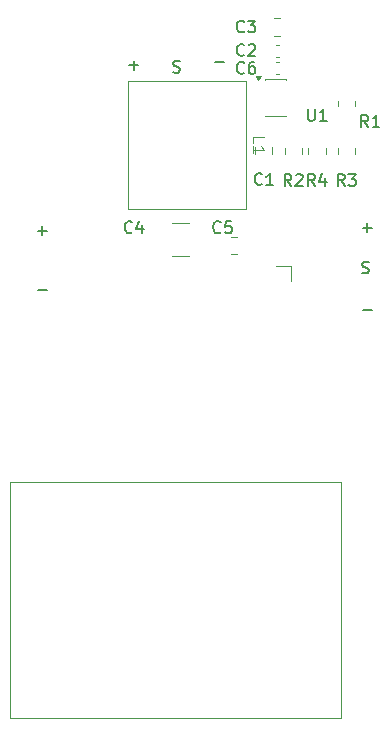
<source format=gbr>
%TF.GenerationSoftware,KiCad,Pcbnew,9.0.6*%
%TF.CreationDate,2025-11-04T19:27:02-06:00*%
%TF.ProjectId,PD_Board_v3,50445f42-6f61-4726-945f-76332e6b6963,rev?*%
%TF.SameCoordinates,Original*%
%TF.FileFunction,Legend,Top*%
%TF.FilePolarity,Positive*%
%FSLAX46Y46*%
G04 Gerber Fmt 4.6, Leading zero omitted, Abs format (unit mm)*
G04 Created by KiCad (PCBNEW 9.0.6) date 2025-11-04 19:27:02*
%MOMM*%
%LPD*%
G01*
G04 APERTURE LIST*
%ADD10C,0.150000*%
%ADD11C,0.200000*%
%ADD12C,0.100000*%
%ADD13C,0.120000*%
G04 APERTURE END LIST*
D10*
X157833333Y-64454819D02*
X157500000Y-63978628D01*
X157261905Y-64454819D02*
X157261905Y-63454819D01*
X157261905Y-63454819D02*
X157642857Y-63454819D01*
X157642857Y-63454819D02*
X157738095Y-63502438D01*
X157738095Y-63502438D02*
X157785714Y-63550057D01*
X157785714Y-63550057D02*
X157833333Y-63645295D01*
X157833333Y-63645295D02*
X157833333Y-63788152D01*
X157833333Y-63788152D02*
X157785714Y-63883390D01*
X157785714Y-63883390D02*
X157738095Y-63931009D01*
X157738095Y-63931009D02*
X157642857Y-63978628D01*
X157642857Y-63978628D02*
X157261905Y-63978628D01*
X158166667Y-63454819D02*
X158785714Y-63454819D01*
X158785714Y-63454819D02*
X158452381Y-63835771D01*
X158452381Y-63835771D02*
X158595238Y-63835771D01*
X158595238Y-63835771D02*
X158690476Y-63883390D01*
X158690476Y-63883390D02*
X158738095Y-63931009D01*
X158738095Y-63931009D02*
X158785714Y-64026247D01*
X158785714Y-64026247D02*
X158785714Y-64264342D01*
X158785714Y-64264342D02*
X158738095Y-64359580D01*
X158738095Y-64359580D02*
X158690476Y-64407200D01*
X158690476Y-64407200D02*
X158595238Y-64454819D01*
X158595238Y-64454819D02*
X158309524Y-64454819D01*
X158309524Y-64454819D02*
X158214286Y-64407200D01*
X158214286Y-64407200D02*
X158166667Y-64359580D01*
D11*
X159369673Y-74986266D02*
X160131578Y-74986266D01*
X159369673Y-67986266D02*
X160131578Y-67986266D01*
X159750625Y-68367219D02*
X159750625Y-67605314D01*
X159322054Y-71819600D02*
X159464911Y-71867219D01*
X159464911Y-71867219D02*
X159703006Y-71867219D01*
X159703006Y-71867219D02*
X159798244Y-71819600D01*
X159798244Y-71819600D02*
X159845863Y-71771980D01*
X159845863Y-71771980D02*
X159893482Y-71676742D01*
X159893482Y-71676742D02*
X159893482Y-71581504D01*
X159893482Y-71581504D02*
X159845863Y-71486266D01*
X159845863Y-71486266D02*
X159798244Y-71438647D01*
X159798244Y-71438647D02*
X159703006Y-71391028D01*
X159703006Y-71391028D02*
X159512530Y-71343409D01*
X159512530Y-71343409D02*
X159417292Y-71295790D01*
X159417292Y-71295790D02*
X159369673Y-71248171D01*
X159369673Y-71248171D02*
X159322054Y-71152933D01*
X159322054Y-71152933D02*
X159322054Y-71057695D01*
X159322054Y-71057695D02*
X159369673Y-70962457D01*
X159369673Y-70962457D02*
X159417292Y-70914838D01*
X159417292Y-70914838D02*
X159512530Y-70867219D01*
X159512530Y-70867219D02*
X159750625Y-70867219D01*
X159750625Y-70867219D02*
X159893482Y-70914838D01*
D10*
X149333333Y-53359580D02*
X149285714Y-53407200D01*
X149285714Y-53407200D02*
X149142857Y-53454819D01*
X149142857Y-53454819D02*
X149047619Y-53454819D01*
X149047619Y-53454819D02*
X148904762Y-53407200D01*
X148904762Y-53407200D02*
X148809524Y-53311961D01*
X148809524Y-53311961D02*
X148761905Y-53216723D01*
X148761905Y-53216723D02*
X148714286Y-53026247D01*
X148714286Y-53026247D02*
X148714286Y-52883390D01*
X148714286Y-52883390D02*
X148761905Y-52692914D01*
X148761905Y-52692914D02*
X148809524Y-52597676D01*
X148809524Y-52597676D02*
X148904762Y-52502438D01*
X148904762Y-52502438D02*
X149047619Y-52454819D01*
X149047619Y-52454819D02*
X149142857Y-52454819D01*
X149142857Y-52454819D02*
X149285714Y-52502438D01*
X149285714Y-52502438D02*
X149333333Y-52550057D01*
X149714286Y-52550057D02*
X149761905Y-52502438D01*
X149761905Y-52502438D02*
X149857143Y-52454819D01*
X149857143Y-52454819D02*
X150095238Y-52454819D01*
X150095238Y-52454819D02*
X150190476Y-52502438D01*
X150190476Y-52502438D02*
X150238095Y-52550057D01*
X150238095Y-52550057D02*
X150285714Y-52645295D01*
X150285714Y-52645295D02*
X150285714Y-52740533D01*
X150285714Y-52740533D02*
X150238095Y-52883390D01*
X150238095Y-52883390D02*
X149666667Y-53454819D01*
X149666667Y-53454819D02*
X150285714Y-53454819D01*
X159833333Y-59454819D02*
X159500000Y-58978628D01*
X159261905Y-59454819D02*
X159261905Y-58454819D01*
X159261905Y-58454819D02*
X159642857Y-58454819D01*
X159642857Y-58454819D02*
X159738095Y-58502438D01*
X159738095Y-58502438D02*
X159785714Y-58550057D01*
X159785714Y-58550057D02*
X159833333Y-58645295D01*
X159833333Y-58645295D02*
X159833333Y-58788152D01*
X159833333Y-58788152D02*
X159785714Y-58883390D01*
X159785714Y-58883390D02*
X159738095Y-58931009D01*
X159738095Y-58931009D02*
X159642857Y-58978628D01*
X159642857Y-58978628D02*
X159261905Y-58978628D01*
X160785714Y-59454819D02*
X160214286Y-59454819D01*
X160500000Y-59454819D02*
X160500000Y-58454819D01*
X160500000Y-58454819D02*
X160404762Y-58597676D01*
X160404762Y-58597676D02*
X160309524Y-58692914D01*
X160309524Y-58692914D02*
X160214286Y-58740533D01*
X147333333Y-68359580D02*
X147285714Y-68407200D01*
X147285714Y-68407200D02*
X147142857Y-68454819D01*
X147142857Y-68454819D02*
X147047619Y-68454819D01*
X147047619Y-68454819D02*
X146904762Y-68407200D01*
X146904762Y-68407200D02*
X146809524Y-68311961D01*
X146809524Y-68311961D02*
X146761905Y-68216723D01*
X146761905Y-68216723D02*
X146714286Y-68026247D01*
X146714286Y-68026247D02*
X146714286Y-67883390D01*
X146714286Y-67883390D02*
X146761905Y-67692914D01*
X146761905Y-67692914D02*
X146809524Y-67597676D01*
X146809524Y-67597676D02*
X146904762Y-67502438D01*
X146904762Y-67502438D02*
X147047619Y-67454819D01*
X147047619Y-67454819D02*
X147142857Y-67454819D01*
X147142857Y-67454819D02*
X147285714Y-67502438D01*
X147285714Y-67502438D02*
X147333333Y-67550057D01*
X148238095Y-67454819D02*
X147761905Y-67454819D01*
X147761905Y-67454819D02*
X147714286Y-67931009D01*
X147714286Y-67931009D02*
X147761905Y-67883390D01*
X147761905Y-67883390D02*
X147857143Y-67835771D01*
X147857143Y-67835771D02*
X148095238Y-67835771D01*
X148095238Y-67835771D02*
X148190476Y-67883390D01*
X148190476Y-67883390D02*
X148238095Y-67931009D01*
X148238095Y-67931009D02*
X148285714Y-68026247D01*
X148285714Y-68026247D02*
X148285714Y-68264342D01*
X148285714Y-68264342D02*
X148238095Y-68359580D01*
X148238095Y-68359580D02*
X148190476Y-68407200D01*
X148190476Y-68407200D02*
X148095238Y-68454819D01*
X148095238Y-68454819D02*
X147857143Y-68454819D01*
X147857143Y-68454819D02*
X147761905Y-68407200D01*
X147761905Y-68407200D02*
X147714286Y-68359580D01*
X154738095Y-57954819D02*
X154738095Y-58764342D01*
X154738095Y-58764342D02*
X154785714Y-58859580D01*
X154785714Y-58859580D02*
X154833333Y-58907200D01*
X154833333Y-58907200D02*
X154928571Y-58954819D01*
X154928571Y-58954819D02*
X155119047Y-58954819D01*
X155119047Y-58954819D02*
X155214285Y-58907200D01*
X155214285Y-58907200D02*
X155261904Y-58859580D01*
X155261904Y-58859580D02*
X155309523Y-58764342D01*
X155309523Y-58764342D02*
X155309523Y-57954819D01*
X156309523Y-58954819D02*
X155738095Y-58954819D01*
X156023809Y-58954819D02*
X156023809Y-57954819D01*
X156023809Y-57954819D02*
X155928571Y-58097676D01*
X155928571Y-58097676D02*
X155833333Y-58192914D01*
X155833333Y-58192914D02*
X155738095Y-58240533D01*
X150833333Y-64284580D02*
X150785714Y-64332200D01*
X150785714Y-64332200D02*
X150642857Y-64379819D01*
X150642857Y-64379819D02*
X150547619Y-64379819D01*
X150547619Y-64379819D02*
X150404762Y-64332200D01*
X150404762Y-64332200D02*
X150309524Y-64236961D01*
X150309524Y-64236961D02*
X150261905Y-64141723D01*
X150261905Y-64141723D02*
X150214286Y-63951247D01*
X150214286Y-63951247D02*
X150214286Y-63808390D01*
X150214286Y-63808390D02*
X150261905Y-63617914D01*
X150261905Y-63617914D02*
X150309524Y-63522676D01*
X150309524Y-63522676D02*
X150404762Y-63427438D01*
X150404762Y-63427438D02*
X150547619Y-63379819D01*
X150547619Y-63379819D02*
X150642857Y-63379819D01*
X150642857Y-63379819D02*
X150785714Y-63427438D01*
X150785714Y-63427438D02*
X150833333Y-63475057D01*
X151785714Y-64379819D02*
X151214286Y-64379819D01*
X151500000Y-64379819D02*
X151500000Y-63379819D01*
X151500000Y-63379819D02*
X151404762Y-63522676D01*
X151404762Y-63522676D02*
X151309524Y-63617914D01*
X151309524Y-63617914D02*
X151214286Y-63665533D01*
X149333333Y-54859580D02*
X149285714Y-54907200D01*
X149285714Y-54907200D02*
X149142857Y-54954819D01*
X149142857Y-54954819D02*
X149047619Y-54954819D01*
X149047619Y-54954819D02*
X148904762Y-54907200D01*
X148904762Y-54907200D02*
X148809524Y-54811961D01*
X148809524Y-54811961D02*
X148761905Y-54716723D01*
X148761905Y-54716723D02*
X148714286Y-54526247D01*
X148714286Y-54526247D02*
X148714286Y-54383390D01*
X148714286Y-54383390D02*
X148761905Y-54192914D01*
X148761905Y-54192914D02*
X148809524Y-54097676D01*
X148809524Y-54097676D02*
X148904762Y-54002438D01*
X148904762Y-54002438D02*
X149047619Y-53954819D01*
X149047619Y-53954819D02*
X149142857Y-53954819D01*
X149142857Y-53954819D02*
X149285714Y-54002438D01*
X149285714Y-54002438D02*
X149333333Y-54050057D01*
X150190476Y-53954819D02*
X150000000Y-53954819D01*
X150000000Y-53954819D02*
X149904762Y-54002438D01*
X149904762Y-54002438D02*
X149857143Y-54050057D01*
X149857143Y-54050057D02*
X149761905Y-54192914D01*
X149761905Y-54192914D02*
X149714286Y-54383390D01*
X149714286Y-54383390D02*
X149714286Y-54764342D01*
X149714286Y-54764342D02*
X149761905Y-54859580D01*
X149761905Y-54859580D02*
X149809524Y-54907200D01*
X149809524Y-54907200D02*
X149904762Y-54954819D01*
X149904762Y-54954819D02*
X150095238Y-54954819D01*
X150095238Y-54954819D02*
X150190476Y-54907200D01*
X150190476Y-54907200D02*
X150238095Y-54859580D01*
X150238095Y-54859580D02*
X150285714Y-54764342D01*
X150285714Y-54764342D02*
X150285714Y-54526247D01*
X150285714Y-54526247D02*
X150238095Y-54431009D01*
X150238095Y-54431009D02*
X150190476Y-54383390D01*
X150190476Y-54383390D02*
X150095238Y-54335771D01*
X150095238Y-54335771D02*
X149904762Y-54335771D01*
X149904762Y-54335771D02*
X149809524Y-54383390D01*
X149809524Y-54383390D02*
X149761905Y-54431009D01*
X149761905Y-54431009D02*
X149714286Y-54526247D01*
D11*
X131869673Y-68236266D02*
X132631578Y-68236266D01*
X132250625Y-68617219D02*
X132250625Y-67855314D01*
X131869673Y-73236266D02*
X132631578Y-73236266D01*
D10*
X149333333Y-51359580D02*
X149285714Y-51407200D01*
X149285714Y-51407200D02*
X149142857Y-51454819D01*
X149142857Y-51454819D02*
X149047619Y-51454819D01*
X149047619Y-51454819D02*
X148904762Y-51407200D01*
X148904762Y-51407200D02*
X148809524Y-51311961D01*
X148809524Y-51311961D02*
X148761905Y-51216723D01*
X148761905Y-51216723D02*
X148714286Y-51026247D01*
X148714286Y-51026247D02*
X148714286Y-50883390D01*
X148714286Y-50883390D02*
X148761905Y-50692914D01*
X148761905Y-50692914D02*
X148809524Y-50597676D01*
X148809524Y-50597676D02*
X148904762Y-50502438D01*
X148904762Y-50502438D02*
X149047619Y-50454819D01*
X149047619Y-50454819D02*
X149142857Y-50454819D01*
X149142857Y-50454819D02*
X149285714Y-50502438D01*
X149285714Y-50502438D02*
X149333333Y-50550057D01*
X149666667Y-50454819D02*
X150285714Y-50454819D01*
X150285714Y-50454819D02*
X149952381Y-50835771D01*
X149952381Y-50835771D02*
X150095238Y-50835771D01*
X150095238Y-50835771D02*
X150190476Y-50883390D01*
X150190476Y-50883390D02*
X150238095Y-50931009D01*
X150238095Y-50931009D02*
X150285714Y-51026247D01*
X150285714Y-51026247D02*
X150285714Y-51264342D01*
X150285714Y-51264342D02*
X150238095Y-51359580D01*
X150238095Y-51359580D02*
X150190476Y-51407200D01*
X150190476Y-51407200D02*
X150095238Y-51454819D01*
X150095238Y-51454819D02*
X149809524Y-51454819D01*
X149809524Y-51454819D02*
X149714286Y-51407200D01*
X149714286Y-51407200D02*
X149666667Y-51359580D01*
D11*
X146869673Y-53986266D02*
X147631578Y-53986266D01*
X143322054Y-54819600D02*
X143464911Y-54867219D01*
X143464911Y-54867219D02*
X143703006Y-54867219D01*
X143703006Y-54867219D02*
X143798244Y-54819600D01*
X143798244Y-54819600D02*
X143845863Y-54771980D01*
X143845863Y-54771980D02*
X143893482Y-54676742D01*
X143893482Y-54676742D02*
X143893482Y-54581504D01*
X143893482Y-54581504D02*
X143845863Y-54486266D01*
X143845863Y-54486266D02*
X143798244Y-54438647D01*
X143798244Y-54438647D02*
X143703006Y-54391028D01*
X143703006Y-54391028D02*
X143512530Y-54343409D01*
X143512530Y-54343409D02*
X143417292Y-54295790D01*
X143417292Y-54295790D02*
X143369673Y-54248171D01*
X143369673Y-54248171D02*
X143322054Y-54152933D01*
X143322054Y-54152933D02*
X143322054Y-54057695D01*
X143322054Y-54057695D02*
X143369673Y-53962457D01*
X143369673Y-53962457D02*
X143417292Y-53914838D01*
X143417292Y-53914838D02*
X143512530Y-53867219D01*
X143512530Y-53867219D02*
X143750625Y-53867219D01*
X143750625Y-53867219D02*
X143893482Y-53914838D01*
X139986266Y-54630326D02*
X139986266Y-53868422D01*
X140367219Y-54249374D02*
X139605314Y-54249374D01*
D10*
X139833333Y-68359580D02*
X139785714Y-68407200D01*
X139785714Y-68407200D02*
X139642857Y-68454819D01*
X139642857Y-68454819D02*
X139547619Y-68454819D01*
X139547619Y-68454819D02*
X139404762Y-68407200D01*
X139404762Y-68407200D02*
X139309524Y-68311961D01*
X139309524Y-68311961D02*
X139261905Y-68216723D01*
X139261905Y-68216723D02*
X139214286Y-68026247D01*
X139214286Y-68026247D02*
X139214286Y-67883390D01*
X139214286Y-67883390D02*
X139261905Y-67692914D01*
X139261905Y-67692914D02*
X139309524Y-67597676D01*
X139309524Y-67597676D02*
X139404762Y-67502438D01*
X139404762Y-67502438D02*
X139547619Y-67454819D01*
X139547619Y-67454819D02*
X139642857Y-67454819D01*
X139642857Y-67454819D02*
X139785714Y-67502438D01*
X139785714Y-67502438D02*
X139833333Y-67550057D01*
X140690476Y-67788152D02*
X140690476Y-68454819D01*
X140452381Y-67407200D02*
X140214286Y-68121485D01*
X140214286Y-68121485D02*
X140833333Y-68121485D01*
D12*
X150042580Y-60819333D02*
X150042580Y-60343143D01*
X150042580Y-60343143D02*
X151042580Y-60343143D01*
X150042580Y-61676476D02*
X150042580Y-61105048D01*
X150042580Y-61390762D02*
X151042580Y-61390762D01*
X151042580Y-61390762D02*
X150899723Y-61295524D01*
X150899723Y-61295524D02*
X150804485Y-61200286D01*
X150804485Y-61200286D02*
X150756866Y-61105048D01*
D10*
X153333333Y-64454819D02*
X153000000Y-63978628D01*
X152761905Y-64454819D02*
X152761905Y-63454819D01*
X152761905Y-63454819D02*
X153142857Y-63454819D01*
X153142857Y-63454819D02*
X153238095Y-63502438D01*
X153238095Y-63502438D02*
X153285714Y-63550057D01*
X153285714Y-63550057D02*
X153333333Y-63645295D01*
X153333333Y-63645295D02*
X153333333Y-63788152D01*
X153333333Y-63788152D02*
X153285714Y-63883390D01*
X153285714Y-63883390D02*
X153238095Y-63931009D01*
X153238095Y-63931009D02*
X153142857Y-63978628D01*
X153142857Y-63978628D02*
X152761905Y-63978628D01*
X153714286Y-63550057D02*
X153761905Y-63502438D01*
X153761905Y-63502438D02*
X153857143Y-63454819D01*
X153857143Y-63454819D02*
X154095238Y-63454819D01*
X154095238Y-63454819D02*
X154190476Y-63502438D01*
X154190476Y-63502438D02*
X154238095Y-63550057D01*
X154238095Y-63550057D02*
X154285714Y-63645295D01*
X154285714Y-63645295D02*
X154285714Y-63740533D01*
X154285714Y-63740533D02*
X154238095Y-63883390D01*
X154238095Y-63883390D02*
X153666667Y-64454819D01*
X153666667Y-64454819D02*
X154285714Y-64454819D01*
X155333333Y-64454819D02*
X155000000Y-63978628D01*
X154761905Y-64454819D02*
X154761905Y-63454819D01*
X154761905Y-63454819D02*
X155142857Y-63454819D01*
X155142857Y-63454819D02*
X155238095Y-63502438D01*
X155238095Y-63502438D02*
X155285714Y-63550057D01*
X155285714Y-63550057D02*
X155333333Y-63645295D01*
X155333333Y-63645295D02*
X155333333Y-63788152D01*
X155333333Y-63788152D02*
X155285714Y-63883390D01*
X155285714Y-63883390D02*
X155238095Y-63931009D01*
X155238095Y-63931009D02*
X155142857Y-63978628D01*
X155142857Y-63978628D02*
X154761905Y-63978628D01*
X156190476Y-63788152D02*
X156190476Y-64454819D01*
X155952381Y-63407200D02*
X155714286Y-64121485D01*
X155714286Y-64121485D02*
X156333333Y-64121485D01*
D13*
%TO.C,R3*%
X157265000Y-61272936D02*
X157265000Y-61727064D01*
X158735000Y-61272936D02*
X158735000Y-61727064D01*
%TO.C,E1*%
D12*
X129500000Y-89500000D02*
X157500000Y-89500000D01*
X157500000Y-109500000D01*
X129500000Y-109500000D01*
X129500000Y-89500000D01*
D13*
%TO.C,C2*%
X151991233Y-52490000D02*
X152283767Y-52490000D01*
X151991233Y-53510000D02*
X152283767Y-53510000D01*
%TO.C,R1*%
X157265000Y-57272936D02*
X157265000Y-57727064D01*
X158735000Y-57272936D02*
X158735000Y-57727064D01*
%TO.C,C5*%
X148201248Y-68765000D02*
X148723752Y-68765000D01*
X148201248Y-70235000D02*
X148723752Y-70235000D01*
%TO.C,U1*%
X151090000Y-55440000D02*
X152910000Y-55440000D01*
X151090000Y-55490000D02*
X151090000Y-55440000D01*
X151090000Y-58560000D02*
X151090000Y-58510000D01*
X152910000Y-55440000D02*
X152910000Y-55490000D01*
X152910000Y-58510000D02*
X152910000Y-58560000D01*
X152910000Y-58560000D02*
X151090000Y-58560000D01*
X150550000Y-55490000D02*
X150310000Y-55160000D01*
X150790000Y-55160000D01*
X150550000Y-55490000D01*
G36*
X150550000Y-55490000D02*
G01*
X150310000Y-55160000D01*
X150790000Y-55160000D01*
X150550000Y-55490000D01*
G37*
%TO.C,J5*%
X152040000Y-71230000D02*
X153310000Y-71230000D01*
X153310000Y-71230000D02*
X153310000Y-72500000D01*
%TO.C,C1*%
X150265000Y-61723752D02*
X150265000Y-61201248D01*
X151735000Y-61723752D02*
X151735000Y-61201248D01*
%TO.C,C6*%
X151991233Y-53990000D02*
X152283767Y-53990000D01*
X151991233Y-55010000D02*
X152283767Y-55010000D01*
%TO.C,C3*%
X151876248Y-50285000D02*
X152398752Y-50285000D01*
X151876248Y-51755000D02*
X152398752Y-51755000D01*
%TO.C,C4*%
X144648752Y-67640000D02*
X143226248Y-67640000D01*
X144648752Y-70360000D02*
X143226248Y-70360000D01*
%TO.C,L1*%
D12*
X149500000Y-55586000D02*
X139500000Y-55586000D01*
X139500000Y-66386000D01*
X149500000Y-66386000D01*
X149500000Y-55586000D01*
D13*
%TO.C,R2*%
X152765000Y-61727064D02*
X152765000Y-61272936D01*
X154235000Y-61727064D02*
X154235000Y-61272936D01*
%TO.C,R4*%
X154765000Y-61272936D02*
X154765000Y-61727064D01*
X156235000Y-61272936D02*
X156235000Y-61727064D01*
%TD*%
M02*

</source>
